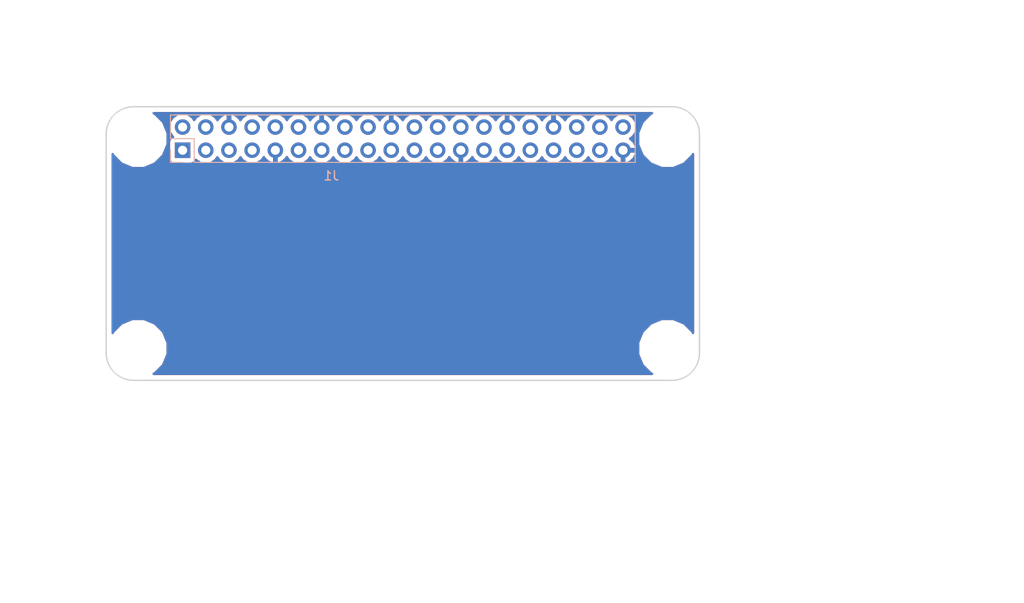
<source format=kicad_pcb>
(kicad_pcb (version 20171130) (host pcbnew "(5.1.10-1-10_14)")

  (general
    (thickness 1.6)
    (drawings 20)
    (tracks 0)
    (zones 0)
    (modules 5)
    (nets 32)
  )

  (page A4)
  (title_block
    (title "Raspberry Pi Zero (W) uHAT Template Board")
    (date 2019-02-28)
    (rev 1.0)
    (comment 1 "This PCB design is licensed under MIT Open Source License.")
  )

  (layers
    (0 F.Cu signal)
    (31 B.Cu signal)
    (32 B.Adhes user)
    (33 F.Adhes user)
    (34 B.Paste user)
    (35 F.Paste user)
    (36 B.SilkS user)
    (37 F.SilkS user)
    (38 B.Mask user)
    (39 F.Mask user)
    (40 Dwgs.User user)
    (41 Cmts.User user)
    (42 Eco1.User user)
    (43 Eco2.User user)
    (44 Edge.Cuts user)
    (45 Margin user)
    (46 B.CrtYd user)
    (47 F.CrtYd user)
    (48 B.Fab user hide)
    (49 F.Fab user hide)
  )

  (setup
    (last_trace_width 0.25)
    (trace_clearance 0.2)
    (zone_clearance 0.508)
    (zone_45_only no)
    (trace_min 0.2)
    (via_size 0.8)
    (via_drill 0.4)
    (via_min_size 0.4)
    (via_min_drill 0.3)
    (uvia_size 0.3)
    (uvia_drill 0.1)
    (uvias_allowed no)
    (uvia_min_size 0.2)
    (uvia_min_drill 0.1)
    (edge_width 0.15)
    (segment_width 0.2)
    (pcb_text_width 0.3)
    (pcb_text_size 1.5 1.5)
    (mod_edge_width 0.15)
    (mod_text_size 1 1)
    (mod_text_width 0.15)
    (pad_size 1.524 1.524)
    (pad_drill 0.762)
    (pad_to_mask_clearance 0.051)
    (solder_mask_min_width 0.25)
    (aux_axis_origin 0 0)
    (grid_origin 121.032 94.568)
    (visible_elements FFFFFF7F)
    (pcbplotparams
      (layerselection 0x010fc_ffffffff)
      (usegerberextensions false)
      (usegerberattributes false)
      (usegerberadvancedattributes false)
      (creategerberjobfile false)
      (excludeedgelayer true)
      (linewidth 0.100000)
      (plotframeref false)
      (viasonmask false)
      (mode 1)
      (useauxorigin false)
      (hpglpennumber 1)
      (hpglpenspeed 20)
      (hpglpendiameter 15.000000)
      (psnegative false)
      (psa4output false)
      (plotreference true)
      (plotvalue true)
      (plotinvisibletext false)
      (padsonsilk false)
      (subtractmaskfromsilk false)
      (outputformat 1)
      (mirror false)
      (drillshape 1)
      (scaleselection 1)
      (outputdirectory ""))
  )

  (net 0 "")
  (net 1 +3V3)
  (net 2 +5V)
  (net 3 /GPIO2_SDA1)
  (net 4 /GPIO3_SCL1)
  (net 5 GND)
  (net 6 /GPIO4_GPIO_GCLK)
  (net 7 /GPIO14_TXD0)
  (net 8 /GPIO15_RXD0)
  (net 9 /GPIO17_GEN0)
  (net 10 /GPIO18_GEN1)
  (net 11 /GPIO27_GEN2)
  (net 12 /GPIO22_GEN3)
  (net 13 /GPIO23_GEN4)
  (net 14 /GPIO24_GEN5)
  (net 15 /GPIO10_SPI_MOSI)
  (net 16 /GPIO9_SPI_MISO)
  (net 17 /GPIO25_GEN6)
  (net 18 /GPIO11_SPI_SCLK)
  (net 19 /GPIO8_SPI_CE0_N)
  (net 20 /GPIO7_SPI_CE1_N)
  (net 21 /ID_SD)
  (net 22 /ID_SC)
  (net 23 /GPIO5)
  (net 24 /GPIO6)
  (net 25 /GPIO12)
  (net 26 /GPIO13)
  (net 27 /GPIO19)
  (net 28 /GPIO16)
  (net 29 /GPIO26)
  (net 30 /GPIO20)
  (net 31 /GPIO21)

  (net_class Default "This is the default net class."
    (clearance 0.2)
    (trace_width 0.25)
    (via_dia 0.8)
    (via_drill 0.4)
    (uvia_dia 0.3)
    (uvia_drill 0.1)
    (add_net +3V3)
    (add_net +5V)
    (add_net /GPIO10_SPI_MOSI)
    (add_net /GPIO11_SPI_SCLK)
    (add_net /GPIO12)
    (add_net /GPIO13)
    (add_net /GPIO14_TXD0)
    (add_net /GPIO15_RXD0)
    (add_net /GPIO16)
    (add_net /GPIO17_GEN0)
    (add_net /GPIO18_GEN1)
    (add_net /GPIO19)
    (add_net /GPIO20)
    (add_net /GPIO21)
    (add_net /GPIO22_GEN3)
    (add_net /GPIO23_GEN4)
    (add_net /GPIO24_GEN5)
    (add_net /GPIO25_GEN6)
    (add_net /GPIO26)
    (add_net /GPIO27_GEN2)
    (add_net /GPIO2_SDA1)
    (add_net /GPIO3_SCL1)
    (add_net /GPIO4_GPIO_GCLK)
    (add_net /GPIO5)
    (add_net /GPIO6)
    (add_net /GPIO7_SPI_CE1_N)
    (add_net /GPIO8_SPI_CE0_N)
    (add_net /GPIO9_SPI_MISO)
    (add_net /ID_SC)
    (add_net /ID_SD)
    (add_net GND)
  )

  (module lib:PinSocket_2x20_P2.54mm_Vertical_Centered_Anchor (layer B.Cu) (tedit 5C78E1B8) (tstamp 5C78EB08)
    (at 125.902 95.838 270)
    (descr "Through hole straight socket strip, 2x20, 2.54mm pitch, double cols (from Kicad 4.0.7), script generated")
    (tags "Through hole socket strip THT 2x20 2.54mm double row")
    (path /5C77771F)
    (fp_text reference J1 (at 2.8 -16.3) (layer B.SilkS)
      (effects (font (size 1 1) (thickness 0.15)) (justify mirror))
    )
    (fp_text value GPIO_CONNECTOR (at 2.7 -27.3) (layer B.Fab)
      (effects (font (size 1 1) (thickness 0.15)) (justify mirror))
    )
    (fp_line (start -4.34 -50) (end -4.34 1.8) (layer B.CrtYd) (width 0.05))
    (fp_line (start 1.76 -50) (end -4.34 -50) (layer B.CrtYd) (width 0.05))
    (fp_line (start 1.76 1.8) (end 1.76 -50) (layer B.CrtYd) (width 0.05))
    (fp_line (start -4.34 1.8) (end 1.76 1.8) (layer B.CrtYd) (width 0.05))
    (fp_line (start 0 1.33) (end 1.33 1.33) (layer B.SilkS) (width 0.12))
    (fp_line (start 1.33 1.33) (end 1.33 0) (layer B.SilkS) (width 0.12))
    (fp_line (start -1.27 1.33) (end -1.27 -1.27) (layer B.SilkS) (width 0.12))
    (fp_line (start -1.27 -1.27) (end 1.33 -1.27) (layer B.SilkS) (width 0.12))
    (fp_line (start 1.33 -1.27) (end 1.33 -49.59) (layer B.SilkS) (width 0.12))
    (fp_line (start -3.87 -49.59) (end 1.33 -49.59) (layer B.SilkS) (width 0.12))
    (fp_line (start -3.87 1.33) (end -3.87 -49.59) (layer B.SilkS) (width 0.12))
    (fp_line (start -3.87 1.33) (end -1.27 1.33) (layer B.SilkS) (width 0.12))
    (fp_line (start -3.81 -49.53) (end -3.81 1.27) (layer B.Fab) (width 0.1))
    (fp_line (start 1.27 -49.53) (end -3.81 -49.53) (layer B.Fab) (width 0.1))
    (fp_line (start 1.27 0.27) (end 1.27 -49.53) (layer B.Fab) (width 0.1))
    (fp_line (start 0.27 1.27) (end 1.27 0.27) (layer B.Fab) (width 0.1))
    (fp_line (start -3.81 1.27) (end 0.27 1.27) (layer B.Fab) (width 0.1))
    (fp_text user %R (at 2.8 -18.3 180) (layer B.Fab)
      (effects (font (size 1 1) (thickness 0.15)) (justify mirror))
    )
    (pad 1 thru_hole rect (at 0 0 270) (size 1.7 1.7) (drill 1) (layers *.Cu *.Mask)
      (net 1 +3V3))
    (pad 2 thru_hole oval (at -2.54 0 270) (size 1.7 1.7) (drill 1) (layers *.Cu *.Mask)
      (net 2 +5V))
    (pad 3 thru_hole oval (at 0 -2.54 270) (size 1.7 1.7) (drill 1) (layers *.Cu *.Mask)
      (net 3 /GPIO2_SDA1))
    (pad 4 thru_hole oval (at -2.54 -2.54 270) (size 1.7 1.7) (drill 1) (layers *.Cu *.Mask)
      (net 2 +5V))
    (pad 5 thru_hole oval (at 0 -5.08 270) (size 1.7 1.7) (drill 1) (layers *.Cu *.Mask)
      (net 4 /GPIO3_SCL1))
    (pad 6 thru_hole oval (at -2.54 -5.08 270) (size 1.7 1.7) (drill 1) (layers *.Cu *.Mask)
      (net 5 GND))
    (pad 7 thru_hole oval (at 0 -7.62 270) (size 1.7 1.7) (drill 1) (layers *.Cu *.Mask)
      (net 6 /GPIO4_GPIO_GCLK))
    (pad 8 thru_hole oval (at -2.54 -7.62 270) (size 1.7 1.7) (drill 1) (layers *.Cu *.Mask)
      (net 7 /GPIO14_TXD0))
    (pad 9 thru_hole oval (at 0 -10.16 270) (size 1.7 1.7) (drill 1) (layers *.Cu *.Mask)
      (net 5 GND))
    (pad 10 thru_hole oval (at -2.54 -10.16 270) (size 1.7 1.7) (drill 1) (layers *.Cu *.Mask)
      (net 8 /GPIO15_RXD0))
    (pad 11 thru_hole oval (at 0 -12.7 270) (size 1.7 1.7) (drill 1) (layers *.Cu *.Mask)
      (net 9 /GPIO17_GEN0))
    (pad 12 thru_hole oval (at -2.54 -12.7 270) (size 1.7 1.7) (drill 1) (layers *.Cu *.Mask)
      (net 10 /GPIO18_GEN1))
    (pad 13 thru_hole oval (at 0 -15.24 270) (size 1.7 1.7) (drill 1) (layers *.Cu *.Mask)
      (net 11 /GPIO27_GEN2))
    (pad 14 thru_hole oval (at -2.54 -15.24 270) (size 1.7 1.7) (drill 1) (layers *.Cu *.Mask)
      (net 5 GND))
    (pad 15 thru_hole oval (at 0 -17.78 270) (size 1.7 1.7) (drill 1) (layers *.Cu *.Mask)
      (net 12 /GPIO22_GEN3))
    (pad 16 thru_hole oval (at -2.54 -17.78 270) (size 1.7 1.7) (drill 1) (layers *.Cu *.Mask)
      (net 13 /GPIO23_GEN4))
    (pad 17 thru_hole oval (at 0 -20.32 270) (size 1.7 1.7) (drill 1) (layers *.Cu *.Mask)
      (net 1 +3V3))
    (pad 18 thru_hole oval (at -2.54 -20.32 270) (size 1.7 1.7) (drill 1) (layers *.Cu *.Mask)
      (net 14 /GPIO24_GEN5))
    (pad 19 thru_hole oval (at 0 -22.86 270) (size 1.7 1.7) (drill 1) (layers *.Cu *.Mask)
      (net 15 /GPIO10_SPI_MOSI))
    (pad 20 thru_hole oval (at -2.54 -22.86 270) (size 1.7 1.7) (drill 1) (layers *.Cu *.Mask)
      (net 5 GND))
    (pad 21 thru_hole oval (at 0 -25.4 270) (size 1.7 1.7) (drill 1) (layers *.Cu *.Mask)
      (net 16 /GPIO9_SPI_MISO))
    (pad 22 thru_hole oval (at -2.54 -25.4 270) (size 1.7 1.7) (drill 1) (layers *.Cu *.Mask)
      (net 17 /GPIO25_GEN6))
    (pad 23 thru_hole oval (at 0 -27.94 270) (size 1.7 1.7) (drill 1) (layers *.Cu *.Mask)
      (net 18 /GPIO11_SPI_SCLK))
    (pad 24 thru_hole oval (at -2.54 -27.94 270) (size 1.7 1.7) (drill 1) (layers *.Cu *.Mask)
      (net 19 /GPIO8_SPI_CE0_N))
    (pad 25 thru_hole oval (at 0 -30.48 270) (size 1.7 1.7) (drill 1) (layers *.Cu *.Mask)
      (net 5 GND))
    (pad 26 thru_hole oval (at -2.54 -30.48 270) (size 1.7 1.7) (drill 1) (layers *.Cu *.Mask)
      (net 20 /GPIO7_SPI_CE1_N))
    (pad 27 thru_hole oval (at 0 -33.02 270) (size 1.7 1.7) (drill 1) (layers *.Cu *.Mask)
      (net 21 /ID_SD))
    (pad 28 thru_hole oval (at -2.54 -33.02 270) (size 1.7 1.7) (drill 1) (layers *.Cu *.Mask)
      (net 22 /ID_SC))
    (pad 29 thru_hole oval (at 0 -35.56 270) (size 1.7 1.7) (drill 1) (layers *.Cu *.Mask)
      (net 23 /GPIO5))
    (pad 30 thru_hole oval (at -2.54 -35.56 270) (size 1.7 1.7) (drill 1) (layers *.Cu *.Mask)
      (net 5 GND))
    (pad 31 thru_hole oval (at 0 -38.1 270) (size 1.7 1.7) (drill 1) (layers *.Cu *.Mask)
      (net 24 /GPIO6))
    (pad 32 thru_hole oval (at -2.54 -38.1 270) (size 1.7 1.7) (drill 1) (layers *.Cu *.Mask)
      (net 25 /GPIO12))
    (pad 33 thru_hole oval (at 0 -40.64 270) (size 1.7 1.7) (drill 1) (layers *.Cu *.Mask)
      (net 26 /GPIO13))
    (pad 34 thru_hole oval (at -2.54 -40.64 270) (size 1.7 1.7) (drill 1) (layers *.Cu *.Mask)
      (net 5 GND))
    (pad 35 thru_hole oval (at 0 -43.18 270) (size 1.7 1.7) (drill 1) (layers *.Cu *.Mask)
      (net 27 /GPIO19))
    (pad 36 thru_hole oval (at -2.54 -43.18 270) (size 1.7 1.7) (drill 1) (layers *.Cu *.Mask)
      (net 28 /GPIO16))
    (pad 37 thru_hole oval (at 0 -45.72 270) (size 1.7 1.7) (drill 1) (layers *.Cu *.Mask)
      (net 29 /GPIO26))
    (pad 38 thru_hole oval (at -2.54 -45.72 270) (size 1.7 1.7) (drill 1) (layers *.Cu *.Mask)
      (net 30 /GPIO20))
    (pad 39 thru_hole oval (at 0 -48.26 270) (size 1.7 1.7) (drill 1) (layers *.Cu *.Mask)
      (net 5 GND))
    (pad 40 thru_hole oval (at -2.54 -48.26 270) (size 1.7 1.7) (drill 1) (layers *.Cu *.Mask)
      (net 31 /GPIO21))
    (model ${KISYS3DMOD}/Connector_PinSocket_2.54mm.3dshapes/PinSocket_2x20_P2.54mm_Vertical.wrl
      (at (xyz 0 0 0))
      (scale (xyz 1 1 1))
      (rotate (xyz 0 0 0))
    )
  )

  (module lib:MountingHole_2.7mm_M2.5_uHAT_RPi (layer F.Cu) (tedit 5C78B840) (tstamp 5C78BBE2)
    (at 121.032 94.568)
    (descr "Mounting Hole 2.7mm, no annular, M2.5")
    (tags "mounting hole 2.7mm no annular m2.5")
    (path /5C7C4C81)
    (attr virtual)
    (fp_text reference H1 (at 0 -3.7) (layer F.SilkS) hide
      (effects (font (size 1 1) (thickness 0.15)))
    )
    (fp_text value MountingHole (at 0 3.7) (layer F.Fab) hide
      (effects (font (size 1 1) (thickness 0.15)))
    )
    (fp_circle (center 0 0) (end 2.95 0) (layer F.CrtYd) (width 0.05))
    (fp_circle (center 0 0) (end 2.7 0) (layer Cmts.User) (width 0.15))
    (fp_text user %R (at 0.3 0) (layer F.Fab)
      (effects (font (size 1 1) (thickness 0.15)))
    )
    (pad "" np_thru_hole circle (at 0 0) (size 2.7 2.7) (drill 2.7) (layers *.Cu *.Mask)
      (clearance 1.75))
  )

  (module lib:MountingHole_2.7mm_M2.5_uHAT_RPi (layer F.Cu) (tedit 5C78B867) (tstamp 5C78BBE9)
    (at 179.032 94.568)
    (descr "Mounting Hole 2.7mm, no annular, M2.5")
    (tags "mounting hole 2.7mm no annular m2.5")
    (path /5C7C7FBC)
    (attr virtual)
    (fp_text reference H2 (at 0 -3.7) (layer F.SilkS) hide
      (effects (font (size 1 1) (thickness 0.15)))
    )
    (fp_text value MountingHole (at 0 3.7) (layer F.Fab) hide
      (effects (font (size 1 1) (thickness 0.15)))
    )
    (fp_circle (center 0 0) (end 2.7 0) (layer Cmts.User) (width 0.15))
    (fp_circle (center 0 0) (end 2.95 0) (layer F.CrtYd) (width 0.05))
    (fp_text user %R (at 0.3 0) (layer F.Fab)
      (effects (font (size 1 1) (thickness 0.15)))
    )
    (pad "" np_thru_hole circle (at 0 0) (size 2.7 2.7) (drill 2.7) (layers *.Cu *.Mask)
      (clearance 1.75))
  )

  (module lib:MountingHole_2.7mm_M2.5_uHAT_RPi (layer F.Cu) (tedit 5C78B860) (tstamp 5C78BBF0)
    (at 179.032 117.568)
    (descr "Mounting Hole 2.7mm, no annular, M2.5")
    (tags "mounting hole 2.7mm no annular m2.5")
    (path /5C7C8014)
    (attr virtual)
    (fp_text reference H3 (at 0 -3.7) (layer F.SilkS) hide
      (effects (font (size 1 1) (thickness 0.15)))
    )
    (fp_text value MountingHole (at 0 3.7) (layer F.Fab) hide
      (effects (font (size 1 1) (thickness 0.15)))
    )
    (fp_circle (center 0 0) (end 2.95 0) (layer F.CrtYd) (width 0.05))
    (fp_circle (center 0 0) (end 2.7 0) (layer Cmts.User) (width 0.15))
    (fp_text user %R (at 0.3 0) (layer F.Fab)
      (effects (font (size 1 1) (thickness 0.15)))
    )
    (pad "" np_thru_hole circle (at 0 0) (size 2.7 2.7) (drill 2.7) (layers *.Cu *.Mask)
      (clearance 1.75))
  )

  (module lib:MountingHole_2.7mm_M2.5_uHAT_RPi (layer F.Cu) (tedit 5C78B845) (tstamp 5C78BBF7)
    (at 121.032 117.568)
    (descr "Mounting Hole 2.7mm, no annular, M2.5")
    (tags "mounting hole 2.7mm no annular m2.5")
    (path /5C7C8030)
    (attr virtual)
    (fp_text reference H4 (at 0 -3.7) (layer F.SilkS) hide
      (effects (font (size 1 1) (thickness 0.15)))
    )
    (fp_text value MountingHole (at 0 3.7) (layer F.Fab) hide
      (effects (font (size 1 1) (thickness 0.15)))
    )
    (fp_circle (center 0 0) (end 2.7 0) (layer Cmts.User) (width 0.15))
    (fp_circle (center 0 0) (end 2.95 0) (layer F.CrtYd) (width 0.05))
    (fp_text user %R (at 0.3 0) (layer F.Fab)
      (effects (font (size 1 1) (thickness 0.15)))
    )
    (pad "" np_thru_hole circle (at 0 0) (size 2.7 2.7) (drill 2.7) (layers *.Cu *.Mask)
      (clearance 1.75))
  )

  (gr_text "Board dimensions are on Cmts (Comments) layer. \nDeselect it in Layers Manager to make them invisible.\n\nGPIO connector nets are not connected, these will get \nupdated as per your schematic/netlist." (at 120.524 139.272) (layer Cmts.User)
    (effects (font (size 1.5 1.5) (thickness 0.3)) (justify left))
  )
  (gr_text "Board Corner Radius = 3mm\nAll holes are M2.5" (at 184.278 87.202) (layer Cmts.User)
    (effects (font (size 1.5 1.5) (thickness 0.3)) (justify left))
  )
  (dimension 29 (width 0.3) (layer Cmts.User)
    (gr_text "29.000 mm" (at 135.532 103.868) (layer Cmts.User)
      (effects (font (size 1.5 1.5) (thickness 0.3)))
    )
    (feature1 (pts (xy 121.032 94.568) (xy 121.032 102.354421)))
    (feature2 (pts (xy 150.032 94.568) (xy 150.032 102.354421)))
    (crossbar (pts (xy 150.032 101.768) (xy 121.032 101.768)))
    (arrow1a (pts (xy 121.032 101.768) (xy 122.158504 101.181579)))
    (arrow1b (pts (xy 121.032 101.768) (xy 122.158504 102.354421)))
    (arrow2a (pts (xy 150.032 101.768) (xy 148.905496 101.181579)))
    (arrow2b (pts (xy 150.032 101.768) (xy 148.905496 102.354421)))
  )
  (dimension 6.2 (width 0.3) (layer Cmts.User)
    (gr_text "6.200 mm" (at 179.032 129.268) (layer Cmts.User)
      (effects (font (size 1.5 1.5) (thickness 0.3)))
    )
    (feature1 (pts (xy 182.132 117.568) (xy 182.132 127.754421)))
    (feature2 (pts (xy 175.932 117.568) (xy 175.932 127.754421)))
    (crossbar (pts (xy 175.932 127.168) (xy 182.132 127.168)))
    (arrow1a (pts (xy 182.132 127.168) (xy 181.005496 127.754421)))
    (arrow1b (pts (xy 182.132 127.168) (xy 181.005496 126.581579)))
    (arrow2a (pts (xy 175.932 127.168) (xy 177.058504 127.754421)))
    (arrow2b (pts (xy 175.932 127.168) (xy 177.058504 126.581579)))
  )
  (dimension 3.5 (width 0.3) (layer Cmts.User)
    (gr_text "3.500 mm" (at 111.432 119.318 270) (layer Cmts.User)
      (effects (font (size 1.5 1.5) (thickness 0.3)))
    )
    (feature1 (pts (xy 121.032 121.068) (xy 112.945579 121.068)))
    (feature2 (pts (xy 121.032 117.568) (xy 112.945579 117.568)))
    (crossbar (pts (xy 113.532 117.568) (xy 113.532 121.068)))
    (arrow1a (pts (xy 113.532 121.068) (xy 112.945579 119.941496)))
    (arrow1b (pts (xy 113.532 121.068) (xy 114.118421 119.941496)))
    (arrow2a (pts (xy 113.532 117.568) (xy 112.945579 118.694504)))
    (arrow2b (pts (xy 113.532 117.568) (xy 114.118421 118.694504)))
  )
  (dimension 3.5 (width 0.3) (layer Cmts.User)
    (gr_text "3.500 mm" (at 119.282 125.668) (layer Cmts.User)
      (effects (font (size 1.5 1.5) (thickness 0.3)))
    )
    (feature1 (pts (xy 117.532 117.568) (xy 117.532 124.154421)))
    (feature2 (pts (xy 121.032 117.568) (xy 121.032 124.154421)))
    (crossbar (pts (xy 121.032 123.568) (xy 117.532 123.568)))
    (arrow1a (pts (xy 117.532 123.568) (xy 118.658504 122.981579)))
    (arrow1b (pts (xy 117.532 123.568) (xy 118.658504 124.154421)))
    (arrow2a (pts (xy 121.032 123.568) (xy 119.905496 122.981579)))
    (arrow2b (pts (xy 121.032 123.568) (xy 119.905496 124.154421)))
  )
  (dimension 30 (width 0.3) (layer Cmts.User)
    (gr_text "30.000 mm" (at 194.132 106.068 270) (layer Cmts.User)
      (effects (font (size 1.5 1.5) (thickness 0.3)))
    )
    (feature1 (pts (xy 179.032 121.068) (xy 192.618421 121.068)))
    (feature2 (pts (xy 179.032 91.068) (xy 192.618421 91.068)))
    (crossbar (pts (xy 192.032 91.068) (xy 192.032 121.068)))
    (arrow1a (pts (xy 192.032 121.068) (xy 191.445579 119.941496)))
    (arrow1b (pts (xy 192.032 121.068) (xy 192.618421 119.941496)))
    (arrow2a (pts (xy 192.032 91.068) (xy 191.445579 92.194504)))
    (arrow2b (pts (xy 192.032 91.068) (xy 192.618421 92.194504)))
  )
  (dimension 23 (width 0.3) (layer Cmts.User)
    (gr_text "23.000 mm" (at 188.632 106.068 270) (layer Cmts.User)
      (effects (font (size 1.5 1.5) (thickness 0.3)))
    )
    (feature1 (pts (xy 179.032 117.568) (xy 187.118421 117.568)))
    (feature2 (pts (xy 179.032 94.568) (xy 187.118421 94.568)))
    (crossbar (pts (xy 186.532 94.568) (xy 186.532 117.568)))
    (arrow1a (pts (xy 186.532 117.568) (xy 185.945579 116.441496)))
    (arrow1b (pts (xy 186.532 117.568) (xy 187.118421 116.441496)))
    (arrow2a (pts (xy 186.532 94.568) (xy 185.945579 95.694504)))
    (arrow2b (pts (xy 186.532 94.568) (xy 187.118421 95.694504)))
  )
  (dimension 65 (width 0.3) (layer Cmts.User)
    (gr_text "65.000 mm" (at 150.032 80.468) (layer Cmts.User)
      (effects (font (size 1.5 1.5) (thickness 0.3)))
    )
    (feature1 (pts (xy 182.532 94.568) (xy 182.532 81.981579)))
    (feature2 (pts (xy 117.532 94.568) (xy 117.532 81.981579)))
    (crossbar (pts (xy 117.532 82.568) (xy 182.532 82.568)))
    (arrow1a (pts (xy 182.532 82.568) (xy 181.405496 83.154421)))
    (arrow1b (pts (xy 182.532 82.568) (xy 181.405496 81.981579)))
    (arrow2a (pts (xy 117.532 82.568) (xy 118.658504 83.154421)))
    (arrow2b (pts (xy 117.532 82.568) (xy 118.658504 81.981579)))
  )
  (dimension 58 (width 0.3) (layer Cmts.User)
    (gr_text "58.000 mm" (at 150.032 84.968) (layer Cmts.User)
      (effects (font (size 1.5 1.5) (thickness 0.3)))
    )
    (feature1 (pts (xy 179.032 94.568) (xy 179.032 86.481579)))
    (feature2 (pts (xy 121.032 94.568) (xy 121.032 86.481579)))
    (crossbar (pts (xy 121.032 87.068) (xy 179.032 87.068)))
    (arrow1a (pts (xy 179.032 87.068) (xy 177.905496 87.654421)))
    (arrow1b (pts (xy 179.032 87.068) (xy 177.905496 86.481579)))
    (arrow2a (pts (xy 121.032 87.068) (xy 122.158504 87.654421)))
    (arrow2b (pts (xy 121.032 87.068) (xy 122.158504 86.481579)))
  )
  (gr_line (start 121.032 121.068) (end 120.532 121.068) (layer Edge.Cuts) (width 0.15) (tstamp 5C77FCD3))
  (gr_line (start 179.032 121.068) (end 179.532 121.068) (layer Edge.Cuts) (width 0.15) (tstamp 5C77FCD0))
  (gr_line (start 182.532 94.068) (end 182.532 118.068) (layer Edge.Cuts) (width 0.15) (tstamp 5C77FCCD))
  (gr_line (start 120.532 91.068) (end 179.532 91.068) (layer Edge.Cuts) (width 0.15) (tstamp 5C77FCCA))
  (gr_line (start 117.532 118.068) (end 117.532 94.068) (layer Edge.Cuts) (width 0.15) (tstamp 5C77FCC7))
  (gr_arc (start 120.532 94.068) (end 120.532 91.068) (angle -90) (layer Edge.Cuts) (width 0.15) (tstamp 5C77FCC4))
  (gr_arc (start 120.532 118.068) (end 117.532 118.068) (angle -90) (layer Edge.Cuts) (width 0.15) (tstamp 5C77FCC1))
  (gr_arc (start 179.532 118.068) (end 179.532 121.068) (angle -90) (layer Edge.Cuts) (width 0.15) (tstamp 5C77FCBE))
  (gr_arc (start 179.532 94.068) (end 182.532 94.068) (angle -90) (layer Edge.Cuts) (width 0.15) (tstamp 5C77FCBB))
  (gr_line (start 121.032 121.068) (end 179.032 121.068) (layer Edge.Cuts) (width 0.15) (tstamp 5C77FCB8))

  (zone (net 5) (net_name GND) (layer F.Cu) (tstamp 0) (hatch edge 0.508)
    (connect_pads (clearance 0.508))
    (min_thickness 0.254)
    (fill yes (arc_segments 16) (thermal_gap 0.508) (thermal_bridge_width 0.508))
    (polygon
      (pts
        (xy 115.952 89.488) (xy 115.952 122) (xy 183.516 122) (xy 183.516 89.488)
      )
    )
    (filled_polygon
      (pts
        (xy 177.204051 91.832281) (xy 176.296281 92.740051) (xy 175.805 93.92611) (xy 175.805 95.20989) (xy 176.296281 96.395949)
        (xy 177.204051 97.303719) (xy 178.39011 97.795) (xy 179.67389 97.795) (xy 180.859949 97.303719) (xy 181.767719 96.395949)
        (xy 181.822 96.264903) (xy 181.822001 115.871099) (xy 181.767719 115.740051) (xy 180.859949 114.832281) (xy 179.67389 114.341)
        (xy 178.39011 114.341) (xy 177.204051 114.832281) (xy 176.296281 115.740051) (xy 175.805 116.92611) (xy 175.805 118.20989)
        (xy 176.296281 119.395949) (xy 177.204051 120.303719) (xy 177.335097 120.358) (xy 122.728903 120.358) (xy 122.859949 120.303719)
        (xy 123.767719 119.395949) (xy 124.259 118.20989) (xy 124.259 116.92611) (xy 123.767719 115.740051) (xy 122.859949 114.832281)
        (xy 121.67389 114.341) (xy 120.39011 114.341) (xy 119.204051 114.832281) (xy 118.296281 115.740051) (xy 118.242 115.871097)
        (xy 118.242 96.264903) (xy 118.296281 96.395949) (xy 119.204051 97.303719) (xy 120.39011 97.795) (xy 121.67389 97.795)
        (xy 122.859949 97.303719) (xy 123.767719 96.395949) (xy 124.259 95.20989) (xy 124.259 93.92611) (xy 123.998829 93.298)
        (xy 124.387908 93.298) (xy 124.503161 93.877418) (xy 124.831375 94.368625) (xy 124.849619 94.380816) (xy 124.804235 94.389843)
        (xy 124.594191 94.530191) (xy 124.453843 94.740235) (xy 124.40456 94.988) (xy 124.40456 96.688) (xy 124.453843 96.935765)
        (xy 124.594191 97.145809) (xy 124.804235 97.286157) (xy 125.052 97.33544) (xy 126.752 97.33544) (xy 126.999765 97.286157)
        (xy 127.209809 97.145809) (xy 127.350157 96.935765) (xy 127.359184 96.890381) (xy 127.371375 96.908625) (xy 127.862582 97.236839)
        (xy 128.295744 97.323) (xy 128.588256 97.323) (xy 129.021418 97.236839) (xy 129.512625 96.908625) (xy 129.712 96.610239)
        (xy 129.911375 96.908625) (xy 130.402582 97.236839) (xy 130.835744 97.323) (xy 131.128256 97.323) (xy 131.561418 97.236839)
        (xy 132.052625 96.908625) (xy 132.252 96.610239) (xy 132.451375 96.908625) (xy 132.942582 97.236839) (xy 133.375744 97.323)
        (xy 133.668256 97.323) (xy 134.101418 97.236839) (xy 134.592625 96.908625) (xy 134.805843 96.589522) (xy 134.866817 96.719358)
        (xy 135.295076 97.109645) (xy 135.70511 97.279476) (xy 135.935 97.158155) (xy 135.935 95.965) (xy 135.915 95.965)
        (xy 135.915 95.711) (xy 135.935 95.711) (xy 135.935 95.691) (xy 136.189 95.691) (xy 136.189 95.711)
        (xy 136.209 95.711) (xy 136.209 95.965) (xy 136.189 95.965) (xy 136.189 97.158155) (xy 136.41889 97.279476)
        (xy 136.828924 97.109645) (xy 137.257183 96.719358) (xy 137.318157 96.589522) (xy 137.531375 96.908625) (xy 138.022582 97.236839)
        (xy 138.455744 97.323) (xy 138.748256 97.323) (xy 139.181418 97.236839) (xy 139.672625 96.908625) (xy 139.872 96.610239)
        (xy 140.071375 96.908625) (xy 140.562582 97.236839) (xy 140.995744 97.323) (xy 141.288256 97.323) (xy 141.721418 97.236839)
        (xy 142.212625 96.908625) (xy 142.412 96.610239) (xy 142.611375 96.908625) (xy 143.102582 97.236839) (xy 143.535744 97.323)
        (xy 143.828256 97.323) (xy 144.261418 97.236839) (xy 144.752625 96.908625) (xy 144.952 96.610239) (xy 145.151375 96.908625)
        (xy 145.642582 97.236839) (xy 146.075744 97.323) (xy 146.368256 97.323) (xy 146.801418 97.236839) (xy 147.292625 96.908625)
        (xy 147.492 96.610239) (xy 147.691375 96.908625) (xy 148.182582 97.236839) (xy 148.615744 97.323) (xy 148.908256 97.323)
        (xy 149.341418 97.236839) (xy 149.832625 96.908625) (xy 150.032 96.610239) (xy 150.231375 96.908625) (xy 150.722582 97.236839)
        (xy 151.155744 97.323) (xy 151.448256 97.323) (xy 151.881418 97.236839) (xy 152.372625 96.908625) (xy 152.572 96.610239)
        (xy 152.771375 96.908625) (xy 153.262582 97.236839) (xy 153.695744 97.323) (xy 153.988256 97.323) (xy 154.421418 97.236839)
        (xy 154.912625 96.908625) (xy 155.125843 96.589522) (xy 155.186817 96.719358) (xy 155.615076 97.109645) (xy 156.02511 97.279476)
        (xy 156.255 97.158155) (xy 156.255 95.965) (xy 156.235 95.965) (xy 156.235 95.711) (xy 156.255 95.711)
        (xy 156.255 95.691) (xy 156.509 95.691) (xy 156.509 95.711) (xy 156.529 95.711) (xy 156.529 95.965)
        (xy 156.509 95.965) (xy 156.509 97.158155) (xy 156.73889 97.279476) (xy 157.148924 97.109645) (xy 157.577183 96.719358)
        (xy 157.638157 96.589522) (xy 157.851375 96.908625) (xy 158.342582 97.236839) (xy 158.775744 97.323) (xy 159.068256 97.323)
        (xy 159.501418 97.236839) (xy 159.992625 96.908625) (xy 160.192 96.610239) (xy 160.391375 96.908625) (xy 160.882582 97.236839)
        (xy 161.315744 97.323) (xy 161.608256 97.323) (xy 162.041418 97.236839) (xy 162.532625 96.908625) (xy 162.732 96.610239)
        (xy 162.931375 96.908625) (xy 163.422582 97.236839) (xy 163.855744 97.323) (xy 164.148256 97.323) (xy 164.581418 97.236839)
        (xy 165.072625 96.908625) (xy 165.272 96.610239) (xy 165.471375 96.908625) (xy 165.962582 97.236839) (xy 166.395744 97.323)
        (xy 166.688256 97.323) (xy 167.121418 97.236839) (xy 167.612625 96.908625) (xy 167.812 96.610239) (xy 168.011375 96.908625)
        (xy 168.502582 97.236839) (xy 168.935744 97.323) (xy 169.228256 97.323) (xy 169.661418 97.236839) (xy 170.152625 96.908625)
        (xy 170.352 96.610239) (xy 170.551375 96.908625) (xy 171.042582 97.236839) (xy 171.475744 97.323) (xy 171.768256 97.323)
        (xy 172.201418 97.236839) (xy 172.692625 96.908625) (xy 172.905843 96.589522) (xy 172.966817 96.719358) (xy 173.395076 97.109645)
        (xy 173.80511 97.279476) (xy 174.035 97.158155) (xy 174.035 95.965) (xy 174.289 95.965) (xy 174.289 97.158155)
        (xy 174.51889 97.279476) (xy 174.928924 97.109645) (xy 175.357183 96.719358) (xy 175.603486 96.194892) (xy 175.482819 95.965)
        (xy 174.289 95.965) (xy 174.035 95.965) (xy 174.015 95.965) (xy 174.015 95.711) (xy 174.035 95.711)
        (xy 174.035 95.691) (xy 174.289 95.691) (xy 174.289 95.711) (xy 175.482819 95.711) (xy 175.603486 95.481108)
        (xy 175.357183 94.956642) (xy 174.932214 94.569353) (xy 175.232625 94.368625) (xy 175.560839 93.877418) (xy 175.676092 93.298)
        (xy 175.560839 92.718582) (xy 175.232625 92.227375) (xy 174.741418 91.899161) (xy 174.308256 91.813) (xy 174.015744 91.813)
        (xy 173.582582 91.899161) (xy 173.091375 92.227375) (xy 172.892 92.525761) (xy 172.692625 92.227375) (xy 172.201418 91.899161)
        (xy 171.768256 91.813) (xy 171.475744 91.813) (xy 171.042582 91.899161) (xy 170.551375 92.227375) (xy 170.352 92.525761)
        (xy 170.152625 92.227375) (xy 169.661418 91.899161) (xy 169.228256 91.813) (xy 168.935744 91.813) (xy 168.502582 91.899161)
        (xy 168.011375 92.227375) (xy 167.798157 92.546478) (xy 167.737183 92.416642) (xy 167.308924 92.026355) (xy 166.89889 91.856524)
        (xy 166.669 91.977845) (xy 166.669 93.171) (xy 166.689 93.171) (xy 166.689 93.425) (xy 166.669 93.425)
        (xy 166.669 93.445) (xy 166.415 93.445) (xy 166.415 93.425) (xy 166.395 93.425) (xy 166.395 93.171)
        (xy 166.415 93.171) (xy 166.415 91.977845) (xy 166.18511 91.856524) (xy 165.775076 92.026355) (xy 165.346817 92.416642)
        (xy 165.285843 92.546478) (xy 165.072625 92.227375) (xy 164.581418 91.899161) (xy 164.148256 91.813) (xy 163.855744 91.813)
        (xy 163.422582 91.899161) (xy 162.931375 92.227375) (xy 162.718157 92.546478) (xy 162.657183 92.416642) (xy 162.228924 92.026355)
        (xy 161.81889 91.856524) (xy 161.589 91.977845) (xy 161.589 93.171) (xy 161.609 93.171) (xy 161.609 93.425)
        (xy 161.589 93.425) (xy 161.589 93.445) (xy 161.335 93.445) (xy 161.335 93.425) (xy 161.315 93.425)
        (xy 161.315 93.171) (xy 161.335 93.171) (xy 161.335 91.977845) (xy 161.10511 91.856524) (xy 160.695076 92.026355)
        (xy 160.266817 92.416642) (xy 160.205843 92.546478) (xy 159.992625 92.227375) (xy 159.501418 91.899161) (xy 159.068256 91.813)
        (xy 158.775744 91.813) (xy 158.342582 91.899161) (xy 157.851375 92.227375) (xy 157.652 92.525761) (xy 157.452625 92.227375)
        (xy 156.961418 91.899161) (xy 156.528256 91.813) (xy 156.235744 91.813) (xy 155.802582 91.899161) (xy 155.311375 92.227375)
        (xy 155.112 92.525761) (xy 154.912625 92.227375) (xy 154.421418 91.899161) (xy 153.988256 91.813) (xy 153.695744 91.813)
        (xy 153.262582 91.899161) (xy 152.771375 92.227375) (xy 152.572 92.525761) (xy 152.372625 92.227375) (xy 151.881418 91.899161)
        (xy 151.448256 91.813) (xy 151.155744 91.813) (xy 150.722582 91.899161) (xy 150.231375 92.227375) (xy 150.018157 92.546478)
        (xy 149.957183 92.416642) (xy 149.528924 92.026355) (xy 149.11889 91.856524) (xy 148.889 91.977845) (xy 148.889 93.171)
        (xy 148.909 93.171) (xy 148.909 93.425) (xy 148.889 93.425) (xy 148.889 93.445) (xy 148.635 93.445)
        (xy 148.635 93.425) (xy 148.615 93.425) (xy 148.615 93.171) (xy 148.635 93.171) (xy 148.635 91.977845)
        (xy 148.40511 91.856524) (xy 147.995076 92.026355) (xy 147.566817 92.416642) (xy 147.505843 92.546478) (xy 147.292625 92.227375)
        (xy 146.801418 91.899161) (xy 146.368256 91.813) (xy 146.075744 91.813) (xy 145.642582 91.899161) (xy 145.151375 92.227375)
        (xy 144.952 92.525761) (xy 144.752625 92.227375) (xy 144.261418 91.899161) (xy 143.828256 91.813) (xy 143.535744 91.813)
        (xy 143.102582 91.899161) (xy 142.611375 92.227375) (xy 142.398157 92.546478) (xy 142.337183 92.416642) (xy 141.908924 92.026355)
        (xy 141.49889 91.856524) (xy 141.269 91.977845) (xy 141.269 93.171) (xy 141.289 93.171) (xy 141.289 93.425)
        (xy 141.269 93.425) (xy 141.269 93.445) (xy 141.015 93.445) (xy 141.015 93.425) (xy 140.995 93.425)
        (xy 140.995 93.171) (xy 141.015 93.171) (xy 141.015 91.977845) (xy 140.78511 91.856524) (xy 140.375076 92.026355)
        (xy 139.946817 92.416642) (xy 139.885843 92.546478) (xy 139.672625 92.227375) (xy 139.181418 91.899161) (xy 138.748256 91.813)
        (xy 138.455744 91.813) (xy 138.022582 91.899161) (xy 137.531375 92.227375) (xy 137.332 92.525761) (xy 137.132625 92.227375)
        (xy 136.641418 91.899161) (xy 136.208256 91.813) (xy 135.915744 91.813) (xy 135.482582 91.899161) (xy 134.991375 92.227375)
        (xy 134.792 92.525761) (xy 134.592625 92.227375) (xy 134.101418 91.899161) (xy 133.668256 91.813) (xy 133.375744 91.813)
        (xy 132.942582 91.899161) (xy 132.451375 92.227375) (xy 132.238157 92.546478) (xy 132.177183 92.416642) (xy 131.748924 92.026355)
        (xy 131.33889 91.856524) (xy 131.109 91.977845) (xy 131.109 93.171) (xy 131.129 93.171) (xy 131.129 93.425)
        (xy 131.109 93.425) (xy 131.109 93.445) (xy 130.855 93.445) (xy 130.855 93.425) (xy 130.835 93.425)
        (xy 130.835 93.171) (xy 130.855 93.171) (xy 130.855 91.977845) (xy 130.62511 91.856524) (xy 130.215076 92.026355)
        (xy 129.786817 92.416642) (xy 129.725843 92.546478) (xy 129.512625 92.227375) (xy 129.021418 91.899161) (xy 128.588256 91.813)
        (xy 128.295744 91.813) (xy 127.862582 91.899161) (xy 127.371375 92.227375) (xy 127.172 92.525761) (xy 126.972625 92.227375)
        (xy 126.481418 91.899161) (xy 126.048256 91.813) (xy 125.755744 91.813) (xy 125.322582 91.899161) (xy 124.831375 92.227375)
        (xy 124.503161 92.718582) (xy 124.387908 93.298) (xy 123.998829 93.298) (xy 123.767719 92.740051) (xy 122.859949 91.832281)
        (xy 122.728903 91.778) (xy 177.335097 91.778)
      )
    )
  )
  (zone (net 5) (net_name GND) (layer B.Cu) (tstamp 5C78FCF5) (hatch edge 0.508)
    (connect_pads (clearance 0.508))
    (min_thickness 0.254)
    (fill yes (arc_segments 16) (thermal_gap 0.508) (thermal_bridge_width 0.508))
    (polygon
      (pts
        (xy 115.952 89.488) (xy 115.952 122) (xy 183.516 122) (xy 183.516 89.488)
      )
    )
    (filled_polygon
      (pts
        (xy 177.204051 91.832281) (xy 176.296281 92.740051) (xy 175.805 93.92611) (xy 175.805 95.20989) (xy 176.296281 96.395949)
        (xy 177.204051 97.303719) (xy 178.39011 97.795) (xy 179.67389 97.795) (xy 180.859949 97.303719) (xy 181.767719 96.395949)
        (xy 181.822 96.264903) (xy 181.822001 115.871099) (xy 181.767719 115.740051) (xy 180.859949 114.832281) (xy 179.67389 114.341)
        (xy 178.39011 114.341) (xy 177.204051 114.832281) (xy 176.296281 115.740051) (xy 175.805 116.92611) (xy 175.805 118.20989)
        (xy 176.296281 119.395949) (xy 177.204051 120.303719) (xy 177.335097 120.358) (xy 122.728903 120.358) (xy 122.859949 120.303719)
        (xy 123.767719 119.395949) (xy 124.259 118.20989) (xy 124.259 116.92611) (xy 123.767719 115.740051) (xy 122.859949 114.832281)
        (xy 121.67389 114.341) (xy 120.39011 114.341) (xy 119.204051 114.832281) (xy 118.296281 115.740051) (xy 118.242 115.871097)
        (xy 118.242 96.264903) (xy 118.296281 96.395949) (xy 119.204051 97.303719) (xy 120.39011 97.795) (xy 121.67389 97.795)
        (xy 122.859949 97.303719) (xy 123.767719 96.395949) (xy 124.259 95.20989) (xy 124.259 93.92611) (xy 123.998829 93.298)
        (xy 124.387908 93.298) (xy 124.503161 93.877418) (xy 124.831375 94.368625) (xy 124.849619 94.380816) (xy 124.804235 94.389843)
        (xy 124.594191 94.530191) (xy 124.453843 94.740235) (xy 124.40456 94.988) (xy 124.40456 96.688) (xy 124.453843 96.935765)
        (xy 124.594191 97.145809) (xy 124.804235 97.286157) (xy 125.052 97.33544) (xy 126.752 97.33544) (xy 126.999765 97.286157)
        (xy 127.209809 97.145809) (xy 127.350157 96.935765) (xy 127.359184 96.890381) (xy 127.371375 96.908625) (xy 127.862582 97.236839)
        (xy 128.295744 97.323) (xy 128.588256 97.323) (xy 129.021418 97.236839) (xy 129.512625 96.908625) (xy 129.712 96.610239)
        (xy 129.911375 96.908625) (xy 130.402582 97.236839) (xy 130.835744 97.323) (xy 131.128256 97.323) (xy 131.561418 97.236839)
        (xy 132.052625 96.908625) (xy 132.252 96.610239) (xy 132.451375 96.908625) (xy 132.942582 97.236839) (xy 133.375744 97.323)
        (xy 133.668256 97.323) (xy 134.101418 97.236839) (xy 134.592625 96.908625) (xy 134.805843 96.589522) (xy 134.866817 96.719358)
        (xy 135.295076 97.109645) (xy 135.70511 97.279476) (xy 135.935 97.158155) (xy 135.935 95.965) (xy 135.915 95.965)
        (xy 135.915 95.711) (xy 135.935 95.711) (xy 135.935 95.691) (xy 136.189 95.691) (xy 136.189 95.711)
        (xy 136.209 95.711) (xy 136.209 95.965) (xy 136.189 95.965) (xy 136.189 97.158155) (xy 136.41889 97.279476)
        (xy 136.828924 97.109645) (xy 137.257183 96.719358) (xy 137.318157 96.589522) (xy 137.531375 96.908625) (xy 138.022582 97.236839)
        (xy 138.455744 97.323) (xy 138.748256 97.323) (xy 139.181418 97.236839) (xy 139.672625 96.908625) (xy 139.872 96.610239)
        (xy 140.071375 96.908625) (xy 140.562582 97.236839) (xy 140.995744 97.323) (xy 141.288256 97.323) (xy 141.721418 97.236839)
        (xy 142.212625 96.908625) (xy 142.412 96.610239) (xy 142.611375 96.908625) (xy 143.102582 97.236839) (xy 143.535744 97.323)
        (xy 143.828256 97.323) (xy 144.261418 97.236839) (xy 144.752625 96.908625) (xy 144.952 96.610239) (xy 145.151375 96.908625)
        (xy 145.642582 97.236839) (xy 146.075744 97.323) (xy 146.368256 97.323) (xy 146.801418 97.236839) (xy 147.292625 96.908625)
        (xy 147.492 96.610239) (xy 147.691375 96.908625) (xy 148.182582 97.236839) (xy 148.615744 97.323) (xy 148.908256 97.323)
        (xy 149.341418 97.236839) (xy 149.832625 96.908625) (xy 150.032 96.610239) (xy 150.231375 96.908625) (xy 150.722582 97.236839)
        (xy 151.155744 97.323) (xy 151.448256 97.323) (xy 151.881418 97.236839) (xy 152.372625 96.908625) (xy 152.572 96.610239)
        (xy 152.771375 96.908625) (xy 153.262582 97.236839) (xy 153.695744 97.323) (xy 153.988256 97.323) (xy 154.421418 97.236839)
        (xy 154.912625 96.908625) (xy 155.125843 96.589522) (xy 155.186817 96.719358) (xy 155.615076 97.109645) (xy 156.02511 97.279476)
        (xy 156.255 97.158155) (xy 156.255 95.965) (xy 156.235 95.965) (xy 156.235 95.711) (xy 156.255 95.711)
        (xy 156.255 95.691) (xy 156.509 95.691) (xy 156.509 95.711) (xy 156.529 95.711) (xy 156.529 95.965)
        (xy 156.509 95.965) (xy 156.509 97.158155) (xy 156.73889 97.279476) (xy 157.148924 97.109645) (xy 157.577183 96.719358)
        (xy 157.638157 96.589522) (xy 157.851375 96.908625) (xy 158.342582 97.236839) (xy 158.775744 97.323) (xy 159.068256 97.323)
        (xy 159.501418 97.236839) (xy 159.992625 96.908625) (xy 160.192 96.610239) (xy 160.391375 96.908625) (xy 160.882582 97.236839)
        (xy 161.315744 97.323) (xy 161.608256 97.323) (xy 162.041418 97.236839) (xy 162.532625 96.908625) (xy 162.732 96.610239)
        (xy 162.931375 96.908625) (xy 163.422582 97.236839) (xy 163.855744 97.323) (xy 164.148256 97.323) (xy 164.581418 97.236839)
        (xy 165.072625 96.908625) (xy 165.272 96.610239) (xy 165.471375 96.908625) (xy 165.962582 97.236839) (xy 166.395744 97.323)
        (xy 166.688256 97.323) (xy 167.121418 97.236839) (xy 167.612625 96.908625) (xy 167.812 96.610239) (xy 168.011375 96.908625)
        (xy 168.502582 97.236839) (xy 168.935744 97.323) (xy 169.228256 97.323) (xy 169.661418 97.236839) (xy 170.152625 96.908625)
        (xy 170.352 96.610239) (xy 170.551375 96.908625) (xy 171.042582 97.236839) (xy 171.475744 97.323) (xy 171.768256 97.323)
        (xy 172.201418 97.236839) (xy 172.692625 96.908625) (xy 172.905843 96.589522) (xy 172.966817 96.719358) (xy 173.395076 97.109645)
        (xy 173.80511 97.279476) (xy 174.035 97.158155) (xy 174.035 95.965) (xy 174.289 95.965) (xy 174.289 97.158155)
        (xy 174.51889 97.279476) (xy 174.928924 97.109645) (xy 175.357183 96.719358) (xy 175.603486 96.194892) (xy 175.482819 95.965)
        (xy 174.289 95.965) (xy 174.035 95.965) (xy 174.015 95.965) (xy 174.015 95.711) (xy 174.035 95.711)
        (xy 174.035 95.691) (xy 174.289 95.691) (xy 174.289 95.711) (xy 175.482819 95.711) (xy 175.603486 95.481108)
        (xy 175.357183 94.956642) (xy 174.932214 94.569353) (xy 175.232625 94.368625) (xy 175.560839 93.877418) (xy 175.676092 93.298)
        (xy 175.560839 92.718582) (xy 175.232625 92.227375) (xy 174.741418 91.899161) (xy 174.308256 91.813) (xy 174.015744 91.813)
        (xy 173.582582 91.899161) (xy 173.091375 92.227375) (xy 172.892 92.525761) (xy 172.692625 92.227375) (xy 172.201418 91.899161)
        (xy 171.768256 91.813) (xy 171.475744 91.813) (xy 171.042582 91.899161) (xy 170.551375 92.227375) (xy 170.352 92.525761)
        (xy 170.152625 92.227375) (xy 169.661418 91.899161) (xy 169.228256 91.813) (xy 168.935744 91.813) (xy 168.502582 91.899161)
        (xy 168.011375 92.227375) (xy 167.798157 92.546478) (xy 167.737183 92.416642) (xy 167.308924 92.026355) (xy 166.89889 91.856524)
        (xy 166.669 91.977845) (xy 166.669 93.171) (xy 166.689 93.171) (xy 166.689 93.425) (xy 166.669 93.425)
        (xy 166.669 93.445) (xy 166.415 93.445) (xy 166.415 93.425) (xy 166.395 93.425) (xy 166.395 93.171)
        (xy 166.415 93.171) (xy 166.415 91.977845) (xy 166.18511 91.856524) (xy 165.775076 92.026355) (xy 165.346817 92.416642)
        (xy 165.285843 92.546478) (xy 165.072625 92.227375) (xy 164.581418 91.899161) (xy 164.148256 91.813) (xy 163.855744 91.813)
        (xy 163.422582 91.899161) (xy 162.931375 92.227375) (xy 162.718157 92.546478) (xy 162.657183 92.416642) (xy 162.228924 92.026355)
        (xy 161.81889 91.856524) (xy 161.589 91.977845) (xy 161.589 93.171) (xy 161.609 93.171) (xy 161.609 93.425)
        (xy 161.589 93.425) (xy 161.589 93.445) (xy 161.335 93.445) (xy 161.335 93.425) (xy 161.315 93.425)
        (xy 161.315 93.171) (xy 161.335 93.171) (xy 161.335 91.977845) (xy 161.10511 91.856524) (xy 160.695076 92.026355)
        (xy 160.266817 92.416642) (xy 160.205843 92.546478) (xy 159.992625 92.227375) (xy 159.501418 91.899161) (xy 159.068256 91.813)
        (xy 158.775744 91.813) (xy 158.342582 91.899161) (xy 157.851375 92.227375) (xy 157.652 92.525761) (xy 157.452625 92.227375)
        (xy 156.961418 91.899161) (xy 156.528256 91.813) (xy 156.235744 91.813) (xy 155.802582 91.899161) (xy 155.311375 92.227375)
        (xy 155.112 92.525761) (xy 154.912625 92.227375) (xy 154.421418 91.899161) (xy 153.988256 91.813) (xy 153.695744 91.813)
        (xy 153.262582 91.899161) (xy 152.771375 92.227375) (xy 152.572 92.525761) (xy 152.372625 92.227375) (xy 151.881418 91.899161)
        (xy 151.448256 91.813) (xy 151.155744 91.813) (xy 150.722582 91.899161) (xy 150.231375 92.227375) (xy 150.018157 92.546478)
        (xy 149.957183 92.416642) (xy 149.528924 92.026355) (xy 149.11889 91.856524) (xy 148.889 91.977845) (xy 148.889 93.171)
        (xy 148.909 93.171) (xy 148.909 93.425) (xy 148.889 93.425) (xy 148.889 93.445) (xy 148.635 93.445)
        (xy 148.635 93.425) (xy 148.615 93.425) (xy 148.615 93.171) (xy 148.635 93.171) (xy 148.635 91.977845)
        (xy 148.40511 91.856524) (xy 147.995076 92.026355) (xy 147.566817 92.416642) (xy 147.505843 92.546478) (xy 147.292625 92.227375)
        (xy 146.801418 91.899161) (xy 146.368256 91.813) (xy 146.075744 91.813) (xy 145.642582 91.899161) (xy 145.151375 92.227375)
        (xy 144.952 92.525761) (xy 144.752625 92.227375) (xy 144.261418 91.899161) (xy 143.828256 91.813) (xy 143.535744 91.813)
        (xy 143.102582 91.899161) (xy 142.611375 92.227375) (xy 142.398157 92.546478) (xy 142.337183 92.416642) (xy 141.908924 92.026355)
        (xy 141.49889 91.856524) (xy 141.269 91.977845) (xy 141.269 93.171) (xy 141.289 93.171) (xy 141.289 93.425)
        (xy 141.269 93.425) (xy 141.269 93.445) (xy 141.015 93.445) (xy 141.015 93.425) (xy 140.995 93.425)
        (xy 140.995 93.171) (xy 141.015 93.171) (xy 141.015 91.977845) (xy 140.78511 91.856524) (xy 140.375076 92.026355)
        (xy 139.946817 92.416642) (xy 139.885843 92.546478) (xy 139.672625 92.227375) (xy 139.181418 91.899161) (xy 138.748256 91.813)
        (xy 138.455744 91.813) (xy 138.022582 91.899161) (xy 137.531375 92.227375) (xy 137.332 92.525761) (xy 137.132625 92.227375)
        (xy 136.641418 91.899161) (xy 136.208256 91.813) (xy 135.915744 91.813) (xy 135.482582 91.899161) (xy 134.991375 92.227375)
        (xy 134.792 92.525761) (xy 134.592625 92.227375) (xy 134.101418 91.899161) (xy 133.668256 91.813) (xy 133.375744 91.813)
        (xy 132.942582 91.899161) (xy 132.451375 92.227375) (xy 132.238157 92.546478) (xy 132.177183 92.416642) (xy 131.748924 92.026355)
        (xy 131.33889 91.856524) (xy 131.109 91.977845) (xy 131.109 93.171) (xy 131.129 93.171) (xy 131.129 93.425)
        (xy 131.109 93.425) (xy 131.109 93.445) (xy 130.855 93.445) (xy 130.855 93.425) (xy 130.835 93.425)
        (xy 130.835 93.171) (xy 130.855 93.171) (xy 130.855 91.977845) (xy 130.62511 91.856524) (xy 130.215076 92.026355)
        (xy 129.786817 92.416642) (xy 129.725843 92.546478) (xy 129.512625 92.227375) (xy 129.021418 91.899161) (xy 128.588256 91.813)
        (xy 128.295744 91.813) (xy 127.862582 91.899161) (xy 127.371375 92.227375) (xy 127.172 92.525761) (xy 126.972625 92.227375)
        (xy 126.481418 91.899161) (xy 126.048256 91.813) (xy 125.755744 91.813) (xy 125.322582 91.899161) (xy 124.831375 92.227375)
        (xy 124.503161 92.718582) (xy 124.387908 93.298) (xy 123.998829 93.298) (xy 123.767719 92.740051) (xy 122.859949 91.832281)
        (xy 122.728903 91.778) (xy 177.335097 91.778)
      )
    )
  )
)

</source>
